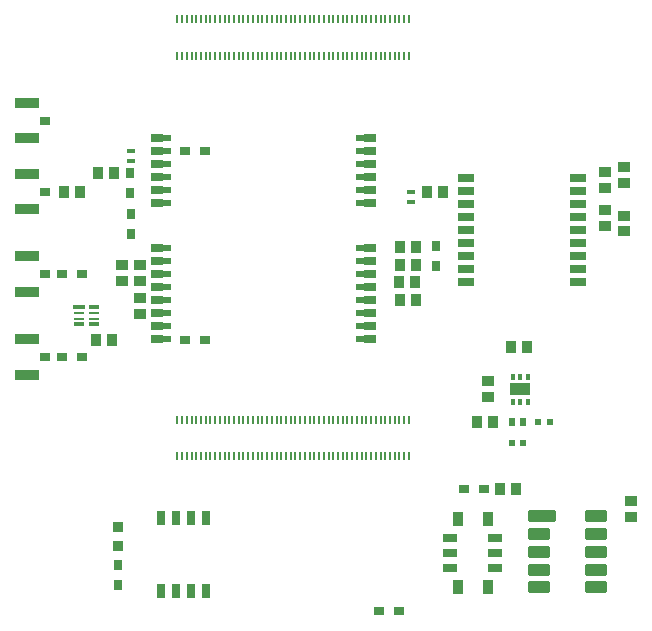
<source format=gtp>
G04*
G04 #@! TF.GenerationSoftware,Altium Limited,Altium Designer,24.4.1 (13)*
G04*
G04 Layer_Color=8421504*
%FSLAX44Y44*%
%MOMM*%
G71*
G04*
G04 #@! TF.SameCoordinates,04CD6EF2-C197-4A20-A1F8-E206C623F04C*
G04*
G04*
G04 #@! TF.FilePolarity,Positive*
G04*
G01*
G75*
%ADD22R,0.8500X0.8000*%
%ADD23R,2.0000X0.9000*%
%ADD24R,0.8500X0.8000*%
%ADD25R,2.0000X0.9000*%
%ADD26R,2.0001X0.9000*%
%ADD27R,1.4000X0.7000*%
%ADD28R,1.4000X0.8000*%
%ADD29R,1.4000X0.7000*%
%ADD30R,1.1000X0.8000*%
%ADD31R,1.1000X0.8001*%
%ADD32R,0.6500X0.6000*%
%ADD33R,0.6500X0.6001*%
%ADD34R,0.6500X0.6000*%
%ADD35R,0.8000X0.9000*%
%ADD36R,0.9000X0.8000*%
%ADD37R,0.6500X0.3500*%
%ADD38R,0.9000X1.0000*%
%ADD39R,0.8500X1.2500*%
%ADD40R,1.2500X0.6500*%
G04:AMPARAMS|DCode=41|XSize=2.4mm|YSize=1.1mm|CornerRadius=0.275mm|HoleSize=0mm|Usage=FLASHONLY|Rotation=0.000|XOffset=0mm|YOffset=0mm|HoleType=Round|Shape=RoundedRectangle|*
%AMROUNDEDRECTD41*
21,1,2.4000,0.5500,0,0,0.0*
21,1,1.8500,1.1000,0,0,0.0*
1,1,0.5500,0.9250,-0.2750*
1,1,0.5500,-0.9250,-0.2750*
1,1,0.5500,-0.9250,0.2750*
1,1,0.5500,0.9250,0.2750*
%
%ADD41ROUNDEDRECTD41*%
G04:AMPARAMS|DCode=42|XSize=1.9mm|YSize=1.1mm|CornerRadius=0.275mm|HoleSize=0mm|Usage=FLASHONLY|Rotation=0.000|XOffset=0mm|YOffset=0mm|HoleType=Round|Shape=RoundedRectangle|*
%AMROUNDEDRECTD42*
21,1,1.9000,0.5500,0,0,0.0*
21,1,1.3500,1.1000,0,0,0.0*
1,1,0.5500,0.6750,-0.2750*
1,1,0.5500,-0.6750,-0.2750*
1,1,0.5500,-0.6750,0.2750*
1,1,0.5500,0.6750,0.2750*
%
%ADD42ROUNDEDRECTD42*%
%ADD43R,0.7600X1.2500*%
%ADD44R,0.2000X0.7000*%
%ADD45R,1.0000X0.9000*%
%ADD46R,1.7000X1.1000*%
%ADD47R,0.3500X0.6000*%
%ADD48R,0.9000X0.9000*%
%ADD49R,0.5000X0.6000*%
%ADD50R,0.9500X0.2500*%
%ADD51R,0.9500X0.3000*%
%ADD52R,1.0000X0.3000*%
%ADD53R,0.6000X0.6400*%
D22*
X40251Y300036D02*
D03*
X40249Y170048D02*
D03*
X40246Y100042D02*
D03*
D23*
X25000Y285036D02*
D03*
Y315036D02*
D03*
X25018Y225000D02*
D03*
X25000Y155048D02*
D03*
D24*
X40271Y240000D02*
D03*
D25*
X25019Y255000D02*
D03*
X25000Y185048D02*
D03*
X25000Y115042D02*
D03*
D26*
X25000Y85042D02*
D03*
D27*
X491500Y163500D02*
D03*
Y251500D02*
D03*
D28*
Y174500D02*
D03*
Y185500D02*
D03*
X491501Y196499D02*
D03*
X491498Y207502D02*
D03*
X491501Y218498D02*
D03*
X491500Y229500D02*
D03*
Y240500D02*
D03*
X396500D02*
D03*
Y229500D02*
D03*
X396499Y218501D02*
D03*
X396502Y207499D02*
D03*
X396499Y196501D02*
D03*
X396500Y185500D02*
D03*
Y174500D02*
D03*
D29*
Y251500D02*
D03*
Y163500D02*
D03*
D30*
X315455Y115000D02*
D03*
Y126000D02*
D03*
Y137000D02*
D03*
Y148000D02*
D03*
Y159000D02*
D03*
Y170000D02*
D03*
Y181000D02*
D03*
Y230000D02*
D03*
Y241000D02*
D03*
Y263000D02*
D03*
Y274000D02*
D03*
Y285000D02*
D03*
Y252000D02*
D03*
X134455D02*
D03*
Y285000D02*
D03*
Y274000D02*
D03*
Y263000D02*
D03*
Y241000D02*
D03*
Y230000D02*
D03*
Y181000D02*
D03*
Y170000D02*
D03*
Y159000D02*
D03*
Y148000D02*
D03*
Y137000D02*
D03*
Y126000D02*
D03*
Y115000D02*
D03*
D31*
X315455Y192000D02*
D03*
X134455D02*
D03*
D32*
X306706Y115001D02*
D03*
Y137001D02*
D03*
X306704Y147999D02*
D03*
X306706Y159001D02*
D03*
X306704Y180999D02*
D03*
X306706Y192001D02*
D03*
X306704Y230000D02*
D03*
X306706Y241001D02*
D03*
X306704Y251999D02*
D03*
X306706Y263001D02*
D03*
X306704Y284999D02*
D03*
X306706Y274001D02*
D03*
X306704Y125999D02*
D03*
X143206Y285001D02*
D03*
Y252001D02*
D03*
Y230001D02*
D03*
Y192001D02*
D03*
Y159001D02*
D03*
Y137001D02*
D03*
Y115001D02*
D03*
D33*
X306706Y170001D02*
D03*
X143206D02*
D03*
D34*
X143204Y273999D02*
D03*
Y262999D02*
D03*
Y240999D02*
D03*
Y125999D02*
D03*
Y180999D02*
D03*
Y147999D02*
D03*
D35*
X112500Y204000D02*
D03*
Y221000D02*
D03*
X371207Y176946D02*
D03*
Y193946D02*
D03*
X112268Y239150D02*
D03*
Y256150D02*
D03*
X102000Y-76500D02*
D03*
Y-93500D02*
D03*
D36*
X158378Y114554D02*
D03*
X175378D02*
D03*
X158124Y274066D02*
D03*
X175124D02*
D03*
X322716Y-115316D02*
D03*
X339716D02*
D03*
X71500Y100000D02*
D03*
X54500D02*
D03*
X411598Y-11938D02*
D03*
X394598D02*
D03*
X71000Y170000D02*
D03*
X54000D02*
D03*
D37*
X112522Y274506D02*
D03*
Y266006D02*
D03*
X349504Y239454D02*
D03*
Y230954D02*
D03*
D38*
X84944Y255778D02*
D03*
X98444D02*
D03*
X353750Y178000D02*
D03*
X340250D02*
D03*
X83249Y114391D02*
D03*
X96749D02*
D03*
X434250Y108000D02*
D03*
X447750D02*
D03*
X405750Y45000D02*
D03*
X419250D02*
D03*
X425304Y-11938D02*
D03*
X438804D02*
D03*
X363250Y240000D02*
D03*
X376750D02*
D03*
X340039Y163255D02*
D03*
X353540D02*
D03*
X353750Y193000D02*
D03*
X340250D02*
D03*
Y148000D02*
D03*
X353750D02*
D03*
X69750Y240000D02*
D03*
X56250D02*
D03*
D39*
X389300Y-37250D02*
D03*
Y-94750D02*
D03*
X414700D02*
D03*
Y-37250D02*
D03*
D40*
X383250Y-53300D02*
D03*
Y-66000D02*
D03*
Y-78700D02*
D03*
X420750D02*
D03*
Y-66000D02*
D03*
Y-53300D02*
D03*
D41*
X461000Y-35000D02*
D03*
D42*
X458500Y-50000D02*
D03*
Y-65000D02*
D03*
Y-80000D02*
D03*
Y-95000D02*
D03*
X506500D02*
D03*
Y-80000D02*
D03*
Y-65000D02*
D03*
Y-50000D02*
D03*
Y-35000D02*
D03*
D43*
X176550Y-36750D02*
D03*
X163850D02*
D03*
X151150D02*
D03*
X138450D02*
D03*
X176550Y-98250D02*
D03*
X163850D02*
D03*
X151150D02*
D03*
X138450D02*
D03*
D44*
X348000Y385800D02*
D03*
Y355000D02*
D03*
X344000Y385800D02*
D03*
Y355000D02*
D03*
X340000Y385800D02*
D03*
Y355000D02*
D03*
X336000Y385800D02*
D03*
Y355000D02*
D03*
X332000Y385800D02*
D03*
Y355000D02*
D03*
X328000Y385800D02*
D03*
Y355000D02*
D03*
X324000Y385800D02*
D03*
Y355000D02*
D03*
X320000Y385800D02*
D03*
Y355000D02*
D03*
X316000Y385800D02*
D03*
X312000D02*
D03*
Y355000D02*
D03*
X308000Y385800D02*
D03*
Y355000D02*
D03*
X304000Y385800D02*
D03*
Y355000D02*
D03*
X300000Y385800D02*
D03*
Y355000D02*
D03*
X296000Y385800D02*
D03*
Y355000D02*
D03*
X292000Y385800D02*
D03*
Y355000D02*
D03*
X288000Y385800D02*
D03*
Y355000D02*
D03*
X284000Y385800D02*
D03*
Y355000D02*
D03*
X280000Y385800D02*
D03*
Y355000D02*
D03*
X276000Y385800D02*
D03*
Y355000D02*
D03*
X272000Y385800D02*
D03*
Y355000D02*
D03*
X268000Y385800D02*
D03*
Y355000D02*
D03*
X264000Y385800D02*
D03*
Y355000D02*
D03*
X260000Y385800D02*
D03*
Y355000D02*
D03*
X256000Y385800D02*
D03*
Y355000D02*
D03*
X252000Y385800D02*
D03*
Y355000D02*
D03*
X248000Y385800D02*
D03*
Y355000D02*
D03*
X244000Y385800D02*
D03*
Y355000D02*
D03*
X240000Y385800D02*
D03*
Y355000D02*
D03*
X236000Y385800D02*
D03*
Y355000D02*
D03*
X232000Y385800D02*
D03*
Y355000D02*
D03*
X228000Y385800D02*
D03*
Y355000D02*
D03*
X224000Y385800D02*
D03*
Y355000D02*
D03*
X220000Y385800D02*
D03*
Y355000D02*
D03*
X216000Y385800D02*
D03*
Y355000D02*
D03*
X212000Y385800D02*
D03*
Y355000D02*
D03*
X208000Y385800D02*
D03*
Y355000D02*
D03*
X204000Y385800D02*
D03*
Y355000D02*
D03*
X200000Y385800D02*
D03*
Y355000D02*
D03*
X196000Y385800D02*
D03*
Y355000D02*
D03*
X192000Y385800D02*
D03*
Y355000D02*
D03*
X188000Y385800D02*
D03*
Y355000D02*
D03*
X184000Y385800D02*
D03*
Y355000D02*
D03*
X180000Y385800D02*
D03*
Y355000D02*
D03*
X176000Y385800D02*
D03*
Y355000D02*
D03*
X172000Y385800D02*
D03*
Y355000D02*
D03*
X168000Y385800D02*
D03*
Y355000D02*
D03*
X164000Y385800D02*
D03*
Y355000D02*
D03*
X160000Y385800D02*
D03*
Y355000D02*
D03*
X156000Y385800D02*
D03*
Y355000D02*
D03*
X152000Y385800D02*
D03*
Y355000D02*
D03*
X348000Y46600D02*
D03*
Y15800D02*
D03*
X344000Y46600D02*
D03*
Y15800D02*
D03*
X340000Y46600D02*
D03*
Y15800D02*
D03*
X336000Y46600D02*
D03*
Y15800D02*
D03*
X332000Y46600D02*
D03*
Y15800D02*
D03*
X328000Y46600D02*
D03*
Y15800D02*
D03*
X324000Y46600D02*
D03*
Y15800D02*
D03*
X320000Y46600D02*
D03*
Y15800D02*
D03*
X316000Y46600D02*
D03*
Y15800D02*
D03*
X312000Y46600D02*
D03*
Y15800D02*
D03*
X308000Y46600D02*
D03*
Y15800D02*
D03*
X304000Y46600D02*
D03*
Y15800D02*
D03*
X300000Y46600D02*
D03*
Y15800D02*
D03*
X296000Y46600D02*
D03*
Y15800D02*
D03*
X292000Y46600D02*
D03*
Y15800D02*
D03*
X288000Y46600D02*
D03*
Y15800D02*
D03*
X284000Y46600D02*
D03*
Y15800D02*
D03*
X280000Y46600D02*
D03*
Y15800D02*
D03*
X276000Y46600D02*
D03*
Y15800D02*
D03*
X272000Y46600D02*
D03*
Y15800D02*
D03*
X268000Y46600D02*
D03*
Y15800D02*
D03*
X264000Y46600D02*
D03*
Y15800D02*
D03*
X260000Y46600D02*
D03*
Y15800D02*
D03*
X256000Y46600D02*
D03*
Y15800D02*
D03*
X252000Y46600D02*
D03*
Y15800D02*
D03*
X248000Y46600D02*
D03*
Y15800D02*
D03*
X244000Y46600D02*
D03*
Y15800D02*
D03*
X240000Y46600D02*
D03*
Y15800D02*
D03*
X236000Y46600D02*
D03*
Y15800D02*
D03*
X232000Y46600D02*
D03*
Y15800D02*
D03*
X228000Y46600D02*
D03*
Y15800D02*
D03*
X224000Y46600D02*
D03*
Y15800D02*
D03*
X220000Y46600D02*
D03*
Y15800D02*
D03*
X216000Y46600D02*
D03*
Y15800D02*
D03*
X212000Y46600D02*
D03*
Y15800D02*
D03*
X208000Y46600D02*
D03*
Y15800D02*
D03*
X204000Y46600D02*
D03*
Y15800D02*
D03*
X200000Y46600D02*
D03*
Y15800D02*
D03*
X196000Y46600D02*
D03*
Y15800D02*
D03*
X192000Y46600D02*
D03*
Y15800D02*
D03*
X188000Y46600D02*
D03*
Y15800D02*
D03*
X184000Y46600D02*
D03*
Y15800D02*
D03*
X180000Y46600D02*
D03*
Y15800D02*
D03*
X176000Y46600D02*
D03*
Y15800D02*
D03*
X172000Y46600D02*
D03*
Y15800D02*
D03*
X168000Y46600D02*
D03*
Y15800D02*
D03*
X164000Y46600D02*
D03*
Y15800D02*
D03*
X160000Y46600D02*
D03*
Y15800D02*
D03*
X156000Y46600D02*
D03*
Y15800D02*
D03*
X152000Y46600D02*
D03*
Y15800D02*
D03*
X316000Y355000D02*
D03*
D45*
X415000Y79250D02*
D03*
Y65750D02*
D03*
X536000Y-35750D02*
D03*
Y-22250D02*
D03*
X120000Y149750D02*
D03*
Y136250D02*
D03*
X530000Y247250D02*
D03*
Y260750D02*
D03*
X514350Y243440D02*
D03*
Y256940D02*
D03*
X105000Y164250D02*
D03*
Y177750D02*
D03*
X530000Y219750D02*
D03*
Y206250D02*
D03*
X120000Y164250D02*
D03*
Y177750D02*
D03*
X514350Y224174D02*
D03*
Y210674D02*
D03*
D46*
X442500Y72500D02*
D03*
D47*
X436000Y83000D02*
D03*
X442500D02*
D03*
X449000D02*
D03*
Y62000D02*
D03*
X442500D02*
D03*
X436000D02*
D03*
D48*
X102000Y-60000D02*
D03*
Y-44000D02*
D03*
D49*
X445000Y27500D02*
D03*
X435000D02*
D03*
X467500Y45000D02*
D03*
X457500D02*
D03*
D50*
X68750Y137500D02*
D03*
Y132500D02*
D03*
X81250Y137500D02*
D03*
Y132500D02*
D03*
D51*
Y142500D02*
D03*
Y127500D02*
D03*
X68750D02*
D03*
D52*
X69000Y142500D02*
D03*
D53*
X435600Y45000D02*
D03*
X444400D02*
D03*
M02*

</source>
